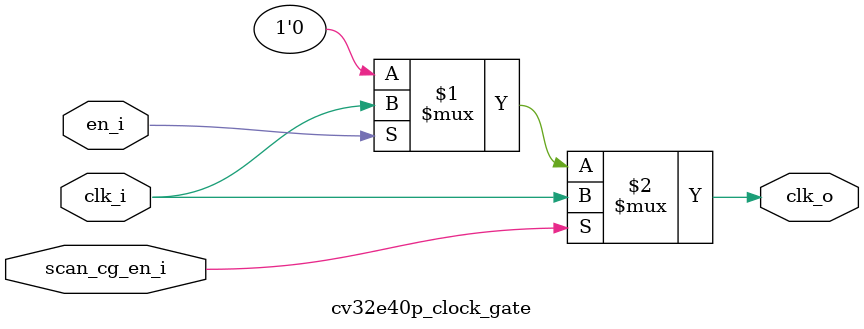
<source format=sv>
module cv32e40p_clock_gate (
  input  logic clk_i,
  input  logic en_i,
  input  logic scan_cg_en_i,
  output logic clk_o
);

  // Simple clock gate - pass through when enabled
  assign clk_o = scan_cg_en_i ? clk_i : (en_i ? clk_i : 1'b0);

endmodule



</source>
